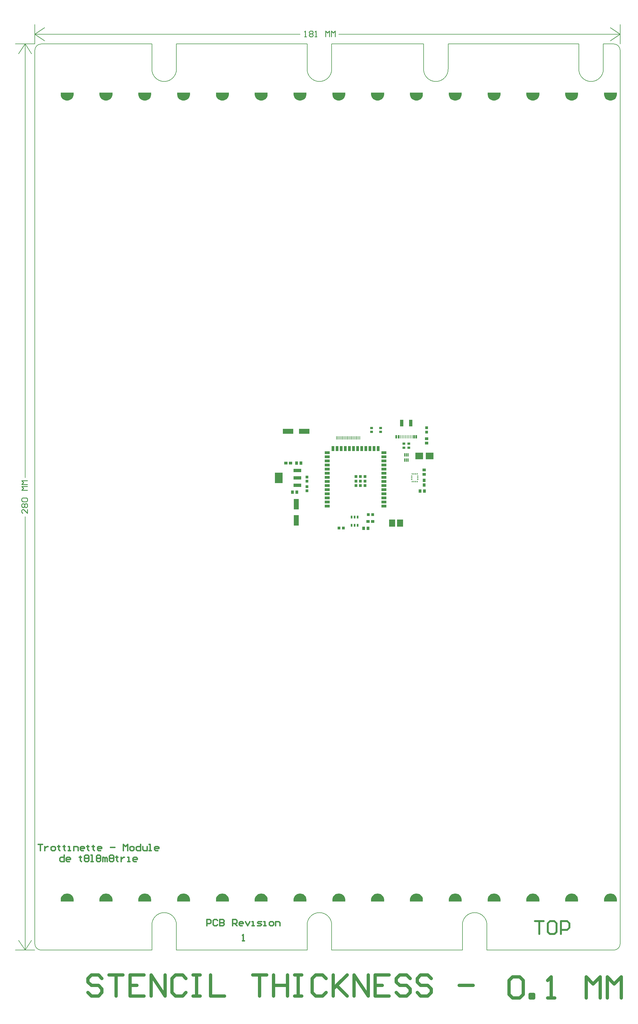
<source format=gtp>
G04*
G04 #@! TF.GenerationSoftware,Altium Limited,Altium Designer,25.2.1 (25)*
G04*
G04 Layer_Color=8421504*
%FSLAX25Y25*%
%MOIN*%
G70*
G04*
G04 #@! TF.SameCoordinates,AD5E336D-F693-4BD2-921A-DB4C2101B080*
G04*
G04*
G04 #@! TF.FilePolarity,Positive*
G04*
G01*
G75*
%ADD13C,0.00500*%
%ADD15C,0.01000*%
%ADD17C,0.03937*%
%ADD18C,0.01575*%
%ADD19C,0.02362*%
%ADD20R,0.07500X0.09000*%
%ADD21R,0.09646X0.08465*%
%ADD22R,0.03543X0.03543*%
%ADD23R,0.05906X0.03543*%
%ADD24R,0.03543X0.05906*%
%ADD25R,0.00906X0.03937*%
%ADD26R,0.03937X0.03543*%
%ADD27R,0.03347X0.02756*%
%ADD28R,0.03812X0.03963*%
%ADD29R,0.03543X0.03937*%
%ADD30R,0.03937X0.07874*%
%ADD31R,0.01063X0.03937*%
%ADD32R,0.02047X0.03937*%
%ADD33R,0.01181X0.03898*%
%ADD34R,0.12598X0.06299*%
%ADD35R,0.03740X0.03347*%
%ADD36R,0.03347X0.03740*%
G04:AMPARAMS|DCode=37|XSize=21.65mil|YSize=31.5mil|CornerRadius=1.95mil|HoleSize=0mil|Usage=FLASHONLY|Rotation=0.000|XOffset=0mil|YOffset=0mil|HoleType=Round|Shape=RoundedRectangle|*
%AMROUNDEDRECTD37*
21,1,0.02165,0.02760,0,0,0.0*
21,1,0.01776,0.03150,0,0,0.0*
1,1,0.00390,0.00888,-0.01380*
1,1,0.00390,-0.00888,-0.01380*
1,1,0.00390,-0.00888,0.01380*
1,1,0.00390,0.00888,0.01380*
%
%ADD37ROUNDEDRECTD37*%
%ADD38R,0.09449X0.03937*%
%ADD39R,0.09449X0.12992*%
%ADD40R,0.03963X0.03812*%
%ADD41R,0.06299X0.12598*%
G36*
X428659Y534274D02*
Y533498D01*
X428357Y531975D01*
X427763Y530541D01*
X426900Y529251D01*
X425803Y528153D01*
X424512Y527291D01*
X423078Y526697D01*
X421556Y526394D01*
X420004D01*
X418484Y526696D01*
X417052Y527290D01*
X415763Y528151D01*
X414666Y529247D01*
X413805Y530536D01*
X413212Y531968D01*
X412909Y533489D01*
Y534264D01*
Y536244D01*
X428659D01*
Y534274D01*
D02*
G37*
G36*
X381409D02*
Y533498D01*
X381106Y531975D01*
X380512Y530541D01*
X379650Y529251D01*
X378553Y528153D01*
X377262Y527291D01*
X375828Y526697D01*
X374306Y526394D01*
X372754D01*
X371234Y526696D01*
X369801Y527290D01*
X368513Y528151D01*
X367416Y529247D01*
X366555Y530536D01*
X365962Y531968D01*
X365659Y533489D01*
Y534264D01*
Y536244D01*
X381409D01*
Y534274D01*
D02*
G37*
G36*
X334169D02*
Y533498D01*
X333867Y531975D01*
X333273Y530541D01*
X332410Y529251D01*
X331313Y528153D01*
X330022Y527291D01*
X328588Y526697D01*
X327065Y526394D01*
X325514D01*
X323994Y526696D01*
X322562Y527290D01*
X321272Y528151D01*
X320176Y529247D01*
X319315Y530536D01*
X318722Y531968D01*
X318419Y533489D01*
Y534264D01*
Y536244D01*
X334169D01*
Y534274D01*
D02*
G37*
G36*
X286929D02*
Y533498D01*
X286627Y531975D01*
X286033Y530541D01*
X285170Y529251D01*
X284073Y528153D01*
X282782Y527291D01*
X281348Y526697D01*
X279825Y526394D01*
X278274D01*
X276754Y526696D01*
X275322Y527290D01*
X274032Y528151D01*
X272936Y529247D01*
X272075Y530536D01*
X271482Y531968D01*
X271179Y533489D01*
Y534264D01*
Y536244D01*
X286929D01*
Y534274D01*
D02*
G37*
G36*
X239679D02*
Y533498D01*
X239376Y531975D01*
X238783Y530541D01*
X237920Y529251D01*
X236823Y528153D01*
X235532Y527291D01*
X234098Y526697D01*
X232575Y526394D01*
X231024D01*
X229504Y526696D01*
X228071Y527290D01*
X226782Y528151D01*
X225686Y529247D01*
X224825Y530536D01*
X224232Y531968D01*
X223929Y533489D01*
Y534264D01*
Y536244D01*
X239679D01*
Y534274D01*
D02*
G37*
G36*
X192439D02*
Y533498D01*
X192137Y531975D01*
X191542Y530541D01*
X190680Y529251D01*
X189583Y528153D01*
X188292Y527291D01*
X186858Y526697D01*
X185336Y526394D01*
X183784D01*
X182264Y526696D01*
X180832Y527290D01*
X179543Y528151D01*
X178446Y529247D01*
X177585Y530536D01*
X176992Y531968D01*
X176689Y533489D01*
Y534264D01*
Y536244D01*
X192439D01*
Y534274D01*
D02*
G37*
G36*
X145189D02*
Y533498D01*
X144887Y531975D01*
X144292Y530541D01*
X143430Y529251D01*
X142333Y528153D01*
X141042Y527291D01*
X139608Y526697D01*
X138085Y526394D01*
X136534D01*
X135014Y526696D01*
X133581Y527290D01*
X132292Y528151D01*
X131196Y529247D01*
X130335Y530536D01*
X129742Y531968D01*
X129439Y533489D01*
Y534264D01*
Y536244D01*
X145189D01*
Y534274D01*
D02*
G37*
G36*
X97949D02*
Y533498D01*
X97646Y531975D01*
X97053Y530541D01*
X96190Y529251D01*
X95093Y528153D01*
X93802Y527291D01*
X92368Y526697D01*
X90846Y526394D01*
X89294D01*
X87774Y526696D01*
X86342Y527290D01*
X85053Y528151D01*
X83956Y529247D01*
X83095Y530536D01*
X82502Y531968D01*
X82199Y533489D01*
Y534264D01*
Y536244D01*
X97949D01*
Y534274D01*
D02*
G37*
G36*
X50709D02*
Y533498D01*
X50406Y531975D01*
X49812Y530541D01*
X48950Y529251D01*
X47853Y528153D01*
X46562Y527291D01*
X45128Y526697D01*
X43606Y526394D01*
X42054D01*
X40534Y526696D01*
X39101Y527290D01*
X37813Y528151D01*
X36716Y529247D01*
X35855Y530536D01*
X35262Y531968D01*
X34959Y533489D01*
Y534264D01*
Y536244D01*
X50709D01*
Y534274D01*
D02*
G37*
G36*
X3459D02*
Y533498D01*
X3156Y531975D01*
X2562Y530541D01*
X1700Y529251D01*
X603Y528153D01*
X-688Y527291D01*
X-2122Y526697D01*
X-3644Y526394D01*
X-5196D01*
X-6716Y526696D01*
X-8149Y527290D01*
X-9437Y528151D01*
X-10534Y529247D01*
X-11395Y530536D01*
X-11988Y531968D01*
X-12291Y533489D01*
Y534264D01*
Y536244D01*
X3459D01*
Y534274D01*
D02*
G37*
G36*
X-43781D02*
Y533498D01*
X-44083Y531975D01*
X-44677Y530541D01*
X-45540Y529251D01*
X-46637Y528153D01*
X-47928Y527291D01*
X-49362Y526697D01*
X-50884Y526394D01*
X-52436D01*
X-53956Y526696D01*
X-55388Y527290D01*
X-56678Y528151D01*
X-57774Y529247D01*
X-58635Y530536D01*
X-59228Y531968D01*
X-59531Y533489D01*
Y534264D01*
Y536244D01*
X-43781D01*
Y534274D01*
D02*
G37*
G36*
X-91031D02*
Y533498D01*
X-91334Y531975D01*
X-91927Y530541D01*
X-92790Y529251D01*
X-93887Y528153D01*
X-95178Y527291D01*
X-96612Y526697D01*
X-98134Y526394D01*
X-99686D01*
X-101206Y526696D01*
X-102638Y527290D01*
X-103928Y528151D01*
X-105024Y529247D01*
X-105885Y530536D01*
X-106478Y531968D01*
X-106781Y533489D01*
Y534264D01*
Y536244D01*
X-91031D01*
Y534274D01*
D02*
G37*
G36*
X-138271D02*
Y533498D01*
X-138574Y531975D01*
X-139167Y530541D01*
X-140030Y529251D01*
X-141127Y528153D01*
X-142418Y527291D01*
X-143852Y526697D01*
X-145375Y526394D01*
X-146926D01*
X-148446Y526696D01*
X-149879Y527290D01*
X-151168Y528151D01*
X-152264Y529247D01*
X-153125Y530536D01*
X-153718Y531968D01*
X-154021Y533489D01*
Y534264D01*
Y536244D01*
X-138271D01*
Y534274D01*
D02*
G37*
G36*
X-185511D02*
Y533498D01*
X-185813Y531975D01*
X-186407Y530541D01*
X-187270Y529251D01*
X-188367Y528153D01*
X-189658Y527291D01*
X-191092Y526697D01*
X-192614Y526394D01*
X-194166D01*
X-195686Y526696D01*
X-197118Y527290D01*
X-198407Y528151D01*
X-199504Y529247D01*
X-200365Y530536D01*
X-200958Y531968D01*
X-201261Y533489D01*
Y534264D01*
Y536244D01*
X-185511D01*
Y534274D01*
D02*
G37*
G36*
X-232761D02*
Y533498D01*
X-233064Y531975D01*
X-233658Y530541D01*
X-234520Y529251D01*
X-235617Y528153D01*
X-236908Y527291D01*
X-238342Y526697D01*
X-239864Y526394D01*
X-241416D01*
X-242936Y526696D01*
X-244369Y527290D01*
X-245657Y528151D01*
X-246754Y529247D01*
X-247615Y530536D01*
X-248208Y531968D01*
X-248511Y533489D01*
Y534264D01*
Y536244D01*
X-232761D01*
Y534274D01*
D02*
G37*
G36*
X185901Y71267D02*
X184964D01*
Y73039D01*
X185901D01*
Y71267D01*
D02*
G37*
G36*
X183933D02*
X182996D01*
Y73039D01*
X183933D01*
Y71267D01*
D02*
G37*
G36*
X181964D02*
X181027D01*
Y73039D01*
X181964D01*
Y71267D01*
D02*
G37*
G36*
X179996D02*
X179059D01*
Y73039D01*
X179996D01*
Y71267D01*
D02*
G37*
G36*
X186958Y69076D02*
X185187D01*
Y70013D01*
X186958D01*
Y69076D01*
D02*
G37*
G36*
X179773D02*
X178001D01*
Y70013D01*
X179773D01*
Y69076D01*
D02*
G37*
G36*
X186958Y67108D02*
X185187D01*
Y68045D01*
X186958D01*
Y67108D01*
D02*
G37*
G36*
X179773D02*
X178001D01*
Y68045D01*
X179773D01*
Y67108D01*
D02*
G37*
G36*
X186958Y65139D02*
X185187D01*
Y66076D01*
X186958D01*
Y65139D01*
D02*
G37*
G36*
X179773D02*
X178001D01*
Y66076D01*
X179773D01*
Y65139D01*
D02*
G37*
G36*
X185901Y62114D02*
X184964D01*
Y63885D01*
X185901D01*
Y62114D01*
D02*
G37*
G36*
X183933D02*
X182996D01*
Y63885D01*
X183933D01*
Y62114D01*
D02*
G37*
G36*
X181964D02*
X181027D01*
Y63885D01*
X181964D01*
Y62114D01*
D02*
G37*
G36*
X179996D02*
X179059D01*
Y63885D01*
X179996D01*
Y62114D01*
D02*
G37*
G36*
X423078Y-438459D02*
X424512Y-439053D01*
X425803Y-439915D01*
X426900Y-441013D01*
X427763Y-442303D01*
X428357Y-443737D01*
X428659Y-445260D01*
Y-446036D01*
Y-448006D01*
X412909D01*
Y-446026D01*
Y-445251D01*
X413212Y-443730D01*
X413805Y-442298D01*
X414666Y-441009D01*
X415763Y-439913D01*
X417052Y-439052D01*
X418484Y-438458D01*
X420004Y-438156D01*
X421556D01*
X423078Y-438459D01*
D02*
G37*
G36*
X375828D02*
X377262Y-439053D01*
X378553Y-439915D01*
X379650Y-441013D01*
X380512Y-442303D01*
X381106Y-443737D01*
X381409Y-445260D01*
Y-446036D01*
Y-448006D01*
X365659D01*
Y-446026D01*
Y-445251D01*
X365962Y-443730D01*
X366555Y-442298D01*
X367416Y-441009D01*
X368513Y-439913D01*
X369801Y-439052D01*
X371234Y-438458D01*
X372754Y-438156D01*
X374306D01*
X375828Y-438459D01*
D02*
G37*
G36*
X328588D02*
X330022Y-439053D01*
X331313Y-439915D01*
X332410Y-441013D01*
X333273Y-442303D01*
X333867Y-443737D01*
X334169Y-445260D01*
Y-446036D01*
Y-448006D01*
X318419D01*
Y-446026D01*
Y-445251D01*
X318722Y-443730D01*
X319315Y-442298D01*
X320176Y-441009D01*
X321272Y-439913D01*
X322562Y-439052D01*
X323994Y-438458D01*
X325514Y-438156D01*
X327065D01*
X328588Y-438459D01*
D02*
G37*
G36*
X281348D02*
X282782Y-439053D01*
X284073Y-439915D01*
X285170Y-441013D01*
X286033Y-442303D01*
X286627Y-443737D01*
X286929Y-445260D01*
Y-446036D01*
Y-448006D01*
X271179D01*
Y-446026D01*
Y-445251D01*
X271482Y-443730D01*
X272075Y-442298D01*
X272936Y-441009D01*
X274032Y-439913D01*
X275322Y-439052D01*
X276754Y-438458D01*
X278274Y-438156D01*
X279825D01*
X281348Y-438459D01*
D02*
G37*
G36*
X234098D02*
X235532Y-439053D01*
X236823Y-439915D01*
X237920Y-441013D01*
X238783Y-442303D01*
X239376Y-443737D01*
X239679Y-445260D01*
Y-446036D01*
Y-448006D01*
X223929D01*
Y-446026D01*
Y-445251D01*
X224232Y-443730D01*
X224825Y-442298D01*
X225686Y-441009D01*
X226782Y-439913D01*
X228071Y-439052D01*
X229504Y-438458D01*
X231024Y-438156D01*
X232575D01*
X234098Y-438459D01*
D02*
G37*
G36*
X186858D02*
X188292Y-439053D01*
X189583Y-439915D01*
X190680Y-441013D01*
X191542Y-442303D01*
X192137Y-443737D01*
X192439Y-445260D01*
Y-446036D01*
Y-448006D01*
X176689D01*
Y-446026D01*
Y-445251D01*
X176992Y-443730D01*
X177585Y-442298D01*
X178446Y-441009D01*
X179543Y-439913D01*
X180832Y-439052D01*
X182264Y-438458D01*
X183784Y-438156D01*
X185336D01*
X186858Y-438459D01*
D02*
G37*
G36*
X139608D02*
X141042Y-439053D01*
X142333Y-439915D01*
X143430Y-441013D01*
X144292Y-442303D01*
X144887Y-443737D01*
X145189Y-445260D01*
Y-446036D01*
Y-448006D01*
X129439D01*
Y-446026D01*
Y-445251D01*
X129742Y-443730D01*
X130335Y-442298D01*
X131196Y-441009D01*
X132292Y-439913D01*
X133581Y-439052D01*
X135014Y-438458D01*
X136534Y-438156D01*
X138085D01*
X139608Y-438459D01*
D02*
G37*
G36*
X92368D02*
X93802Y-439053D01*
X95093Y-439915D01*
X96190Y-441013D01*
X97053Y-442303D01*
X97646Y-443737D01*
X97949Y-445260D01*
Y-446036D01*
Y-448006D01*
X82199D01*
Y-446026D01*
Y-445251D01*
X82502Y-443730D01*
X83095Y-442298D01*
X83956Y-441009D01*
X85053Y-439913D01*
X86342Y-439052D01*
X87774Y-438458D01*
X89294Y-438156D01*
X90846D01*
X92368Y-438459D01*
D02*
G37*
G36*
X45128D02*
X46562Y-439053D01*
X47853Y-439915D01*
X48950Y-441013D01*
X49812Y-442303D01*
X50406Y-443737D01*
X50709Y-445260D01*
Y-446036D01*
Y-448006D01*
X34959D01*
Y-446026D01*
Y-445251D01*
X35262Y-443730D01*
X35855Y-442298D01*
X36716Y-441009D01*
X37813Y-439913D01*
X39101Y-439052D01*
X40534Y-438458D01*
X42054Y-438156D01*
X43606D01*
X45128Y-438459D01*
D02*
G37*
G36*
X-2122D02*
X-688Y-439053D01*
X603Y-439915D01*
X1700Y-441013D01*
X2562Y-442303D01*
X3156Y-443737D01*
X3459Y-445260D01*
Y-446036D01*
Y-448006D01*
X-12291D01*
Y-446026D01*
Y-445251D01*
X-11988Y-443730D01*
X-11395Y-442298D01*
X-10534Y-441009D01*
X-9437Y-439913D01*
X-8149Y-439052D01*
X-6716Y-438458D01*
X-5196Y-438156D01*
X-3644D01*
X-2122Y-438459D01*
D02*
G37*
G36*
X-49362D02*
X-47928Y-439053D01*
X-46637Y-439915D01*
X-45540Y-441013D01*
X-44677Y-442303D01*
X-44083Y-443737D01*
X-43781Y-445260D01*
Y-446036D01*
Y-448006D01*
X-59531D01*
Y-446026D01*
Y-445251D01*
X-59228Y-443730D01*
X-58635Y-442298D01*
X-57774Y-441009D01*
X-56678Y-439913D01*
X-55388Y-439052D01*
X-53956Y-438458D01*
X-52436Y-438156D01*
X-50884D01*
X-49362Y-438459D01*
D02*
G37*
G36*
X-96612D02*
X-95178Y-439053D01*
X-93887Y-439915D01*
X-92790Y-441013D01*
X-91927Y-442303D01*
X-91334Y-443737D01*
X-91031Y-445260D01*
Y-446036D01*
Y-448006D01*
X-106781D01*
Y-446026D01*
Y-445251D01*
X-106478Y-443730D01*
X-105885Y-442298D01*
X-105024Y-441009D01*
X-103928Y-439913D01*
X-102638Y-439052D01*
X-101206Y-438458D01*
X-99686Y-438156D01*
X-98134D01*
X-96612Y-438459D01*
D02*
G37*
G36*
X-143852D02*
X-142418Y-439053D01*
X-141127Y-439915D01*
X-140030Y-441013D01*
X-139167Y-442303D01*
X-138574Y-443737D01*
X-138271Y-445260D01*
Y-446036D01*
Y-448006D01*
X-154021D01*
Y-446026D01*
Y-445251D01*
X-153718Y-443730D01*
X-153125Y-442298D01*
X-152264Y-441009D01*
X-151168Y-439913D01*
X-149879Y-439052D01*
X-148446Y-438458D01*
X-146926Y-438156D01*
X-145375D01*
X-143852Y-438459D01*
D02*
G37*
G36*
X-191092D02*
X-189658Y-439053D01*
X-188367Y-439915D01*
X-187270Y-441013D01*
X-186407Y-442303D01*
X-185813Y-443737D01*
X-185511Y-445260D01*
Y-446036D01*
Y-448006D01*
X-201261D01*
Y-446026D01*
Y-445251D01*
X-200958Y-443730D01*
X-200365Y-442298D01*
X-199504Y-441009D01*
X-198407Y-439913D01*
X-197118Y-439052D01*
X-195686Y-438458D01*
X-194166Y-438156D01*
X-192614D01*
X-191092Y-438459D01*
D02*
G37*
G36*
X-238342D02*
X-236908Y-439053D01*
X-235617Y-439915D01*
X-234520Y-441013D01*
X-233658Y-442303D01*
X-233064Y-443737D01*
X-232761Y-445260D01*
Y-446036D01*
Y-448006D01*
X-248511D01*
Y-446026D01*
Y-445251D01*
X-248208Y-443730D01*
X-247615Y-442298D01*
X-246754Y-441009D01*
X-245657Y-439913D01*
X-244369Y-439052D01*
X-242936Y-438458D01*
X-241416Y-438156D01*
X-239864D01*
X-238342Y-438459D01*
D02*
G37*
D13*
X-272127Y595306D02*
G03*
X-280000Y587432I0J-7874D01*
G01*
Y-499182D02*
G03*
X-272127Y-507056I7874J0D01*
G01*
X432598Y587432D02*
G03*
X424724Y595306I-7874J0D01*
G01*
Y-507056D02*
G03*
X432598Y-499182I0J7874D01*
G01*
X-137475Y564598D02*
G03*
X-122514Y549637I14961J0D01*
G01*
X-122520D02*
G03*
X-107560Y564598I0J14961D01*
G01*
X51502D02*
G03*
X66462Y549637I14961J0D01*
G01*
X66456D02*
G03*
X81417Y564598I0J14961D01*
G01*
X193234D02*
G03*
X208194Y549637I14961J0D01*
G01*
X208189D02*
G03*
X223149Y564598I0J14961D01*
G01*
X382210D02*
G03*
X397171Y549637I14961J0D01*
G01*
X397165D02*
G03*
X412125Y564598I0J14961D01*
G01*
X270393Y-476347D02*
G03*
X255433Y-461387I-14961J0D01*
G01*
X255439D02*
G03*
X240478Y-476347I0J-14961D01*
G01*
X-122514Y-461387D02*
G03*
X-137475Y-476347I0J-14961D01*
G01*
X-107560D02*
G03*
X-122520Y-461387I-14961J0D01*
G01*
X66462D02*
G03*
X51502Y-476347I0J-14961D01*
G01*
X81417D02*
G03*
X66456Y-461387I-14961J0D01*
G01*
X-280000Y595306D02*
Y618928D01*
X-280001Y587432D02*
X-280000Y-499182D01*
X-291812Y20503D02*
X-291811Y-507056D01*
X-291812Y67747D02*
X-291811Y595306D01*
X-280000Y607117D02*
X-268189Y614991D01*
X-280000Y607117D02*
X-268189Y599243D01*
X-291811Y-507056D02*
X-283938Y-495245D01*
X-291811Y595306D02*
X-283938Y583495D01*
X-303623Y-507056D02*
X-280000D01*
X-299686Y-495245D02*
X-291811Y-507056D01*
X-299686Y583495D02*
X-291811Y595306D01*
X-272127Y-507056D02*
X-137481D01*
X270393D02*
X424724D01*
X432598Y595306D02*
Y618928D01*
X432597Y587432D02*
X432598Y-499182D01*
X420787Y599243D02*
X432598Y607117D01*
X420787Y614991D02*
X432598Y607117D01*
X-137481Y564598D02*
Y595306D01*
X-107560Y564598D02*
Y595306D01*
X51496Y564598D02*
Y595306D01*
X81417Y564598D02*
Y595306D01*
X193228Y564598D02*
Y595306D01*
X223149Y564598D02*
Y595306D01*
X382204Y564598D02*
Y595306D01*
X412125Y564598D02*
Y595306D01*
X424724D01*
X223149D02*
X382204D01*
X81417D02*
X193228D01*
X-107560D02*
X51496D01*
X-272127D02*
X-137481D01*
X81417Y-507056D02*
X240478D01*
X270393D02*
Y-476347D01*
X240472Y-507056D02*
Y-476347D01*
X-137481Y-507056D02*
Y-476347D01*
X-107560Y-507056D02*
Y-476347D01*
X51496Y-507056D02*
Y-476347D01*
X81417Y-507056D02*
Y-476347D01*
X-107560Y-507056D02*
X51496D01*
X90078Y607117D02*
X432598Y607117D01*
X-280000Y607117D02*
X42834D01*
X-303623Y595306D02*
X-280000D01*
D15*
X48266Y604180D02*
X50598D01*
X49432D01*
Y611178D01*
X48266Y610012D01*
X54097D02*
X55263Y611178D01*
X57596D01*
X58762Y610012D01*
Y608846D01*
X57596Y607679D01*
X58762Y606513D01*
Y605347D01*
X57596Y604180D01*
X55263D01*
X54097Y605347D01*
Y606513D01*
X55263Y607679D01*
X54097Y608846D01*
Y610012D01*
X55263Y607679D02*
X57596D01*
X61095Y604180D02*
X63427D01*
X62261D01*
Y611178D01*
X61095Y610012D01*
X73924Y604180D02*
Y611178D01*
X76257Y608846D01*
X78589Y611178D01*
Y604180D01*
X80922D02*
Y611178D01*
X83254Y608846D01*
X85587Y611178D01*
Y604180D01*
X-288875Y29229D02*
Y24564D01*
X-293540Y29229D01*
X-294706D01*
X-295872Y28063D01*
Y25730D01*
X-294706Y24564D01*
Y31562D02*
X-295872Y32728D01*
Y35061D01*
X-294706Y36227D01*
X-293540D01*
X-292373Y35061D01*
X-291207Y36227D01*
X-290041D01*
X-288875Y35061D01*
Y32728D01*
X-290041Y31562D01*
X-291207D01*
X-292373Y32728D01*
X-293540Y31562D01*
X-294706D01*
X-292373Y32728D02*
Y35061D01*
X-294706Y38559D02*
X-295872Y39726D01*
Y42058D01*
X-294706Y43225D01*
X-290041D01*
X-288875Y42058D01*
Y39726D01*
X-290041Y38559D01*
X-294706D01*
X-288875Y52555D02*
X-295872D01*
X-293540Y54887D01*
X-295872Y57220D01*
X-288875D01*
Y59553D02*
X-295872D01*
X-293540Y61885D01*
X-295872Y64218D01*
X-288875D01*
D17*
X297422Y-543956D02*
X301685Y-539692D01*
X310213D01*
X314476Y-543956D01*
Y-561011D01*
X310213Y-565274D01*
X301685D01*
X297422Y-561011D01*
Y-543956D01*
X323004Y-565274D02*
Y-561011D01*
X327268D01*
Y-565274D01*
X323004D01*
X344322D02*
X352850D01*
X348586D01*
Y-539692D01*
X344322Y-543956D01*
X391223Y-565274D02*
Y-539692D01*
X399751Y-548220D01*
X408278Y-539692D01*
Y-565274D01*
X416805D02*
Y-539692D01*
X425333Y-548220D01*
X433860Y-539692D01*
Y-565274D01*
X-198207Y-541515D02*
X-202471Y-537251D01*
X-210998D01*
X-215262Y-541515D01*
Y-545778D01*
X-210998Y-550042D01*
X-202471D01*
X-198207Y-554306D01*
Y-558569D01*
X-202471Y-562833D01*
X-210998D01*
X-215262Y-558569D01*
X-189680Y-537251D02*
X-172625D01*
X-181152D01*
Y-562833D01*
X-147043Y-537251D02*
X-164097D01*
Y-562833D01*
X-147043D01*
X-164097Y-550042D02*
X-155570D01*
X-138515Y-562833D02*
Y-537251D01*
X-121460Y-562833D01*
Y-537251D01*
X-95878Y-541515D02*
X-100142Y-537251D01*
X-108669D01*
X-112933Y-541515D01*
Y-558569D01*
X-108669Y-562833D01*
X-100142D01*
X-95878Y-558569D01*
X-87350Y-537251D02*
X-78823D01*
X-83087D01*
Y-562833D01*
X-87350D01*
X-78823D01*
X-66032Y-537251D02*
Y-562833D01*
X-48977D01*
X-14867Y-537251D02*
X2187D01*
X-6340D01*
Y-562833D01*
X10715Y-537251D02*
Y-562833D01*
Y-550042D01*
X27770D01*
Y-537251D01*
Y-562833D01*
X36297Y-537251D02*
X44825D01*
X40561D01*
Y-562833D01*
X36297D01*
X44825D01*
X74671Y-541515D02*
X70407Y-537251D01*
X61879D01*
X57616Y-541515D01*
Y-558569D01*
X61879Y-562833D01*
X70407D01*
X74671Y-558569D01*
X83198Y-537251D02*
Y-562833D01*
Y-554306D01*
X100253Y-537251D01*
X87462Y-550042D01*
X100253Y-562833D01*
X108780D02*
Y-537251D01*
X125835Y-562833D01*
Y-537251D01*
X151418D02*
X134363D01*
Y-562833D01*
X151418D01*
X134363Y-550042D02*
X142890D01*
X177000Y-541515D02*
X172736Y-537251D01*
X164209D01*
X159945Y-541515D01*
Y-545778D01*
X164209Y-550042D01*
X172736D01*
X177000Y-554306D01*
Y-558569D01*
X172736Y-562833D01*
X164209D01*
X159945Y-558569D01*
X202582Y-541515D02*
X198318Y-537251D01*
X189791D01*
X185527Y-541515D01*
Y-545778D01*
X189791Y-550042D01*
X198318D01*
X202582Y-554306D01*
Y-558569D01*
X198318Y-562833D01*
X189791D01*
X185527Y-558569D01*
X236692Y-550042D02*
X253747D01*
D18*
X-276003Y-378133D02*
X-270755D01*
X-273379D01*
Y-386004D01*
X-268131Y-380757D02*
Y-386004D01*
Y-383381D01*
X-266819Y-382069D01*
X-265507Y-380757D01*
X-264195D01*
X-258948Y-386004D02*
X-256324D01*
X-255012Y-384693D01*
Y-382069D01*
X-256324Y-380757D01*
X-258948D01*
X-260260Y-382069D01*
Y-384693D01*
X-258948Y-386004D01*
X-251076Y-379445D02*
Y-380757D01*
X-252388D01*
X-249764D01*
X-251076D01*
Y-384693D01*
X-249764Y-386004D01*
X-244517Y-379445D02*
Y-380757D01*
X-245829D01*
X-243205D01*
X-244517D01*
Y-384693D01*
X-243205Y-386004D01*
X-239269D02*
X-236645D01*
X-237957D01*
Y-380757D01*
X-239269D01*
X-232710Y-386004D02*
Y-380757D01*
X-228774D01*
X-227462Y-382069D01*
Y-386004D01*
X-220902D02*
X-223526D01*
X-224838Y-384693D01*
Y-382069D01*
X-223526Y-380757D01*
X-220902D01*
X-219590Y-382069D01*
Y-383381D01*
X-224838D01*
X-215655Y-379445D02*
Y-380757D01*
X-216967D01*
X-214343D01*
X-215655D01*
Y-384693D01*
X-214343Y-386004D01*
X-209095Y-379445D02*
Y-380757D01*
X-210407D01*
X-207783D01*
X-209095D01*
Y-384693D01*
X-207783Y-386004D01*
X-199912D02*
X-202536D01*
X-203847Y-384693D01*
Y-382069D01*
X-202536Y-380757D01*
X-199912D01*
X-198600Y-382069D01*
Y-383381D01*
X-203847D01*
X-188104Y-382069D02*
X-182857D01*
X-172362Y-386004D02*
Y-378133D01*
X-169738Y-380757D01*
X-167114Y-378133D01*
Y-386004D01*
X-163178D02*
X-160554D01*
X-159242Y-384693D01*
Y-382069D01*
X-160554Y-380757D01*
X-163178D01*
X-164490Y-382069D01*
Y-384693D01*
X-163178Y-386004D01*
X-151371Y-378133D02*
Y-386004D01*
X-155307D01*
X-156618Y-384693D01*
Y-382069D01*
X-155307Y-380757D01*
X-151371D01*
X-148747D02*
Y-384693D01*
X-147435Y-386004D01*
X-143499D01*
Y-380757D01*
X-140876Y-386004D02*
X-138252D01*
X-139564D01*
Y-378133D01*
X-140876D01*
X-130380Y-386004D02*
X-133004D01*
X-134316Y-384693D01*
Y-382069D01*
X-133004Y-380757D01*
X-130380D01*
X-129068Y-382069D01*
Y-383381D01*
X-134316D01*
X-244517Y-391358D02*
Y-399230D01*
X-248452D01*
X-249764Y-397918D01*
Y-395294D01*
X-248452Y-393982D01*
X-244517D01*
X-237957Y-399230D02*
X-240581D01*
X-241893Y-397918D01*
Y-395294D01*
X-240581Y-393982D01*
X-237957D01*
X-236645Y-395294D01*
Y-396606D01*
X-241893D01*
X-224838Y-392670D02*
Y-393982D01*
X-226150D01*
X-223526D01*
X-224838D01*
Y-397918D01*
X-223526Y-399230D01*
X-218279Y-391358D02*
X-219590Y-392670D01*
Y-397918D01*
X-218279Y-399230D01*
X-215655D01*
X-214343Y-397918D01*
Y-392670D01*
X-215655Y-391358D01*
X-218279D01*
X-219590Y-393982D02*
X-218279Y-395294D01*
X-215655D01*
X-214343Y-393982D01*
X-211719Y-399230D02*
X-209095D01*
X-210407D01*
Y-391358D01*
X-211719D01*
X-203847D02*
X-205159Y-392670D01*
Y-397918D01*
X-203847Y-399230D01*
X-201224D01*
X-199912Y-397918D01*
Y-392670D01*
X-201224Y-391358D01*
X-203847D01*
X-205159Y-393982D02*
X-203847Y-395294D01*
X-201224D01*
X-199912Y-393982D01*
X-197288Y-399230D02*
Y-393982D01*
X-195976D01*
X-194664Y-395294D01*
Y-399230D01*
Y-395294D01*
X-193352Y-393982D01*
X-192040Y-395294D01*
Y-399230D01*
X-188104Y-391358D02*
X-189416Y-392670D01*
Y-397918D01*
X-188104Y-399230D01*
X-185481D01*
X-184169Y-397918D01*
Y-392670D01*
X-185481Y-391358D01*
X-188104D01*
X-189416Y-393982D02*
X-188104Y-395294D01*
X-185481D01*
X-184169Y-393982D01*
X-180233Y-392670D02*
Y-393982D01*
X-181545D01*
X-178921D01*
X-180233D01*
Y-397918D01*
X-178921Y-399230D01*
X-174985Y-393982D02*
Y-399230D01*
Y-396606D01*
X-173673Y-395294D01*
X-172362Y-393982D01*
X-171050D01*
X-167114Y-399230D02*
X-164490D01*
X-165802D01*
Y-393982D01*
X-167114D01*
X-156618Y-399230D02*
X-159242D01*
X-160554Y-397918D01*
Y-395294D01*
X-159242Y-393982D01*
X-156618D01*
X-155307Y-395294D01*
Y-396606D01*
X-160554D01*
X-70853Y-477360D02*
Y-469488D01*
X-66917D01*
X-65605Y-470800D01*
Y-473424D01*
X-66917Y-474736D01*
X-70853D01*
X-57734Y-470800D02*
X-59046Y-469488D01*
X-61670D01*
X-62982Y-470800D01*
Y-476048D01*
X-61670Y-477360D01*
X-59046D01*
X-57734Y-476048D01*
X-55110Y-469488D02*
Y-477360D01*
X-51174D01*
X-49863Y-476048D01*
Y-474736D01*
X-51174Y-473424D01*
X-55110D01*
X-51174D01*
X-49863Y-472112D01*
Y-470800D01*
X-51174Y-469488D01*
X-55110D01*
X-39367Y-477360D02*
Y-469488D01*
X-35432D01*
X-34120Y-470800D01*
Y-473424D01*
X-35432Y-474736D01*
X-39367D01*
X-36743D02*
X-34120Y-477360D01*
X-27560D02*
X-30184D01*
X-31496Y-476048D01*
Y-473424D01*
X-30184Y-472112D01*
X-27560D01*
X-26248Y-473424D01*
Y-474736D01*
X-31496D01*
X-23624Y-472112D02*
X-21000Y-477360D01*
X-18377Y-472112D01*
X-15753Y-477360D02*
X-13129D01*
X-14441D01*
Y-472112D01*
X-15753D01*
X-9193Y-477360D02*
X-5257D01*
X-3946Y-476048D01*
X-5257Y-474736D01*
X-7881D01*
X-9193Y-473424D01*
X-7881Y-472112D01*
X-3946D01*
X-1322Y-477360D02*
X1302D01*
X-10D01*
Y-472112D01*
X-1322D01*
X6550Y-477360D02*
X9174D01*
X10486Y-476048D01*
Y-473424D01*
X9174Y-472112D01*
X6550D01*
X5238Y-473424D01*
Y-476048D01*
X6550Y-477360D01*
X13109D02*
Y-472112D01*
X17045D01*
X18357Y-473424D01*
Y-477360D01*
X-27514Y-495617D02*
X-24890D01*
X-26202D01*
Y-487746D01*
X-27514Y-489058D01*
D19*
X328653Y-471628D02*
X339149D01*
X333901D01*
Y-487371D01*
X352268Y-471628D02*
X347020D01*
X344396Y-474252D01*
Y-484747D01*
X347020Y-487371D01*
X352268D01*
X354891Y-484747D01*
Y-474252D01*
X352268Y-471628D01*
X360139Y-487371D02*
Y-471628D01*
X368011D01*
X370635Y-474252D01*
Y-479499D01*
X368011Y-482123D01*
X360139D01*
D20*
X164485Y12524D02*
D03*
X154985D02*
D03*
D21*
X200527Y94213D02*
D03*
X188125D02*
D03*
D22*
X116339Y63583D02*
D03*
X121850D02*
D03*
X110827D02*
D03*
X121850Y69095D02*
D03*
X116339D02*
D03*
X110827D02*
D03*
X121850Y58071D02*
D03*
X116339D02*
D03*
X110827D02*
D03*
D23*
X144882Y33189D02*
D03*
Y38189D02*
D03*
Y43189D02*
D03*
Y48189D02*
D03*
Y53189D02*
D03*
Y58189D02*
D03*
Y63189D02*
D03*
Y68189D02*
D03*
Y73189D02*
D03*
Y78189D02*
D03*
Y83189D02*
D03*
Y88189D02*
D03*
Y93189D02*
D03*
Y98189D02*
D03*
X75984D02*
D03*
Y93189D02*
D03*
Y88189D02*
D03*
Y83189D02*
D03*
Y78189D02*
D03*
Y73189D02*
D03*
Y68189D02*
D03*
Y63189D02*
D03*
Y58189D02*
D03*
Y53189D02*
D03*
Y48189D02*
D03*
Y43189D02*
D03*
Y38189D02*
D03*
Y33189D02*
D03*
D24*
X137933Y103110D02*
D03*
X132933D02*
D03*
X127933D02*
D03*
X122933D02*
D03*
X117933D02*
D03*
X112933D02*
D03*
X107933D02*
D03*
X102933D02*
D03*
X97933D02*
D03*
X92933D02*
D03*
X87933D02*
D03*
X82933D02*
D03*
D25*
X115551Y116142D02*
D03*
X113976D02*
D03*
X112402D02*
D03*
X110827D02*
D03*
X109252D02*
D03*
X107677D02*
D03*
X106102D02*
D03*
X104528D02*
D03*
X102953D02*
D03*
X101378D02*
D03*
X99803D02*
D03*
X98228D02*
D03*
X96654D02*
D03*
X95079D02*
D03*
X93504D02*
D03*
X91929D02*
D03*
X90354D02*
D03*
X88780D02*
D03*
X87205D02*
D03*
D26*
X196850Y109887D02*
D03*
Y115202D02*
D03*
X193898Y71809D02*
D03*
Y77124D02*
D03*
D27*
X169291Y109134D02*
D03*
Y104212D02*
D03*
X175197Y109134D02*
D03*
Y104212D02*
D03*
X129921Y128189D02*
D03*
Y123268D02*
D03*
X140965Y128189D02*
D03*
Y123268D02*
D03*
D28*
X193898Y58788D02*
D03*
Y64504D02*
D03*
D29*
X194432Y51396D02*
D03*
X189117D02*
D03*
X125590Y6114D02*
D03*
X120275D02*
D03*
X38679Y85412D02*
D03*
X43994D02*
D03*
X33562Y50197D02*
D03*
X38877D02*
D03*
D30*
X166732Y134006D02*
D03*
X177756D02*
D03*
D31*
X165354Y117471D02*
D03*
X167323D02*
D03*
X169291D02*
D03*
X171260D02*
D03*
X173228D02*
D03*
X175197D02*
D03*
X177165D02*
D03*
X179134D02*
D03*
D32*
X162992D02*
D03*
X160039D02*
D03*
X181496D02*
D03*
X184449D02*
D03*
D33*
X174210Y89075D02*
D03*
X172242D02*
D03*
X170273D02*
D03*
Y95414D02*
D03*
X172242D02*
D03*
X174210D02*
D03*
D34*
X28346Y124008D02*
D03*
X48031D02*
D03*
D35*
X196850Y123169D02*
D03*
Y128288D02*
D03*
X51181Y63387D02*
D03*
Y68506D02*
D03*
X51181Y51760D02*
D03*
Y56878D02*
D03*
D36*
X95492Y6327D02*
D03*
X90374D02*
D03*
X126024Y22639D02*
D03*
X131142D02*
D03*
D37*
X112962Y9807D02*
D03*
X109222D02*
D03*
X105482D02*
D03*
Y19847D02*
D03*
X109222D02*
D03*
X112962D02*
D03*
D38*
X39764Y58453D02*
D03*
Y67508D02*
D03*
Y76563D02*
D03*
D39*
X16929Y67508D02*
D03*
D40*
X131440Y14492D02*
D03*
X125725D02*
D03*
X25489Y85412D02*
D03*
X31204D02*
D03*
D41*
X38189Y15748D02*
D03*
Y35433D02*
D03*
M02*

</source>
